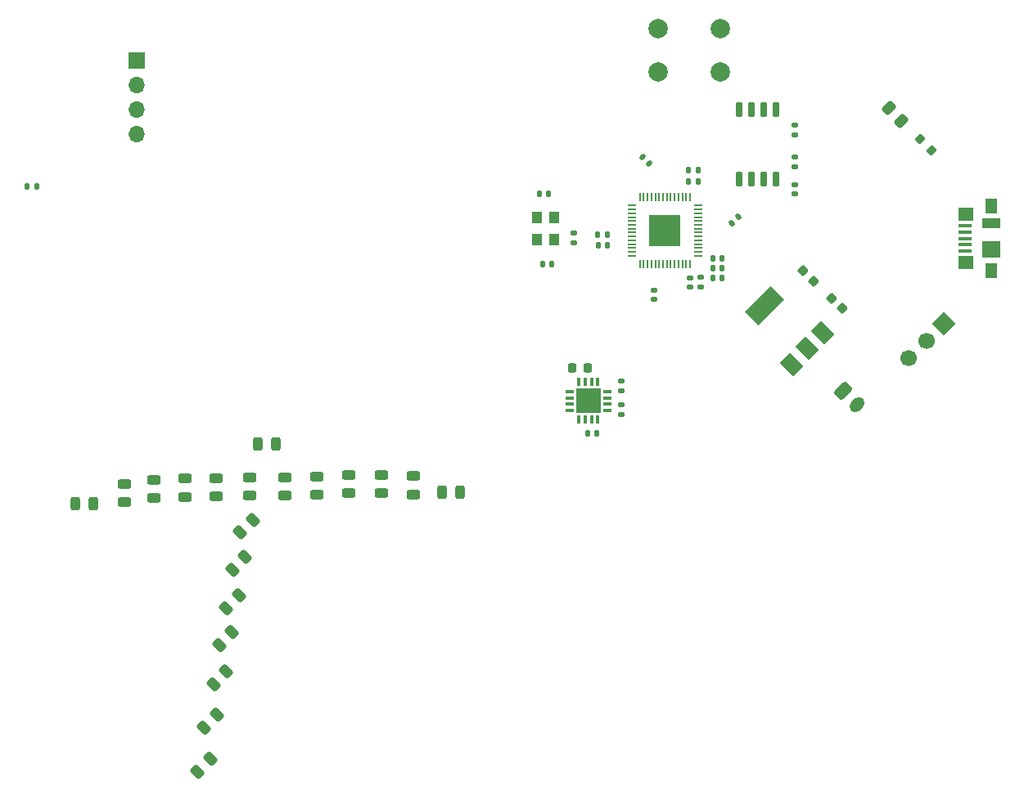
<source format=gbr>
%TF.GenerationSoftware,KiCad,Pcbnew,(6.0.2-0)*%
%TF.CreationDate,2022-06-10T14:05:29-06:00*%
%TF.ProjectId,Graduation Cap,47726164-7561-4746-996f-6e204361702e,rev?*%
%TF.SameCoordinates,Original*%
%TF.FileFunction,Soldermask,Top*%
%TF.FilePolarity,Negative*%
%FSLAX46Y46*%
G04 Gerber Fmt 4.6, Leading zero omitted, Abs format (unit mm)*
G04 Created by KiCad (PCBNEW (6.0.2-0)) date 2022-06-10 14:05:29*
%MOMM*%
%LPD*%
G01*
G04 APERTURE LIST*
G04 Aperture macros list*
%AMRoundRect*
0 Rectangle with rounded corners*
0 $1 Rounding radius*
0 $2 $3 $4 $5 $6 $7 $8 $9 X,Y pos of 4 corners*
0 Add a 4 corners polygon primitive as box body*
4,1,4,$2,$3,$4,$5,$6,$7,$8,$9,$2,$3,0*
0 Add four circle primitives for the rounded corners*
1,1,$1+$1,$2,$3*
1,1,$1+$1,$4,$5*
1,1,$1+$1,$6,$7*
1,1,$1+$1,$8,$9*
0 Add four rect primitives between the rounded corners*
20,1,$1+$1,$2,$3,$4,$5,0*
20,1,$1+$1,$4,$5,$6,$7,0*
20,1,$1+$1,$6,$7,$8,$9,0*
20,1,$1+$1,$8,$9,$2,$3,0*%
%AMHorizOval*
0 Thick line with rounded ends*
0 $1 width*
0 $2 $3 position (X,Y) of the first rounded end (center of the circle)*
0 $4 $5 position (X,Y) of the second rounded end (center of the circle)*
0 Add line between two ends*
20,1,$1,$2,$3,$4,$5,0*
0 Add two circle primitives to create the rounded ends*
1,1,$1,$2,$3*
1,1,$1,$4,$5*%
%AMRotRect*
0 Rectangle, with rotation*
0 The origin of the aperture is its center*
0 $1 length*
0 $2 width*
0 $3 Rotation angle, in degrees counterclockwise*
0 Add horizontal line*
21,1,$1,$2,0,0,$3*%
G04 Aperture macros list end*
%ADD10RoundRect,0.135000X-0.185000X0.135000X-0.185000X-0.135000X0.185000X-0.135000X0.185000X0.135000X0*%
%ADD11RoundRect,0.225000X-0.335876X-0.017678X-0.017678X-0.335876X0.335876X0.017678X0.017678X0.335876X0*%
%ADD12RoundRect,0.140000X-0.170000X0.140000X-0.170000X-0.140000X0.170000X-0.140000X0.170000X0.140000X0*%
%ADD13RoundRect,0.140000X0.140000X0.170000X-0.140000X0.170000X-0.140000X-0.170000X0.140000X-0.170000X0*%
%ADD14C,2.000000*%
%ADD15RoundRect,0.243750X-0.494975X-0.150260X-0.150260X-0.494975X0.494975X0.150260X0.150260X0.494975X0*%
%ADD16RoundRect,0.135000X0.185000X-0.135000X0.185000X0.135000X-0.185000X0.135000X-0.185000X-0.135000X0*%
%ADD17RoundRect,0.243750X0.150260X-0.494975X0.494975X-0.150260X-0.150260X0.494975X-0.494975X0.150260X0*%
%ADD18RoundRect,0.243750X-0.243750X-0.456250X0.243750X-0.456250X0.243750X0.456250X-0.243750X0.456250X0*%
%ADD19RoundRect,0.200000X0.335876X0.053033X0.053033X0.335876X-0.335876X-0.053033X-0.053033X-0.335876X0*%
%ADD20RoundRect,0.243750X0.456250X-0.243750X0.456250X0.243750X-0.456250X0.243750X-0.456250X-0.243750X0*%
%ADD21RoundRect,0.140000X-0.140000X-0.170000X0.140000X-0.170000X0.140000X0.170000X-0.140000X0.170000X0*%
%ADD22R,1.700000X1.700000*%
%ADD23O,1.700000X1.700000*%
%ADD24RotRect,2.000000X1.500000X135.000000*%
%ADD25RotRect,2.000000X3.800000X135.000000*%
%ADD26RoundRect,0.140000X0.021213X-0.219203X0.219203X-0.021213X-0.021213X0.219203X-0.219203X0.021213X0*%
%ADD27R,0.200000X0.850000*%
%ADD28R,0.850000X0.200000*%
%ADD29R,3.200000X3.200000*%
%ADD30RoundRect,0.140000X0.219203X0.021213X0.021213X0.219203X-0.219203X-0.021213X-0.021213X-0.219203X0*%
%ADD31RoundRect,0.225000X-0.225000X-0.250000X0.225000X-0.250000X0.225000X0.250000X-0.225000X0.250000X0*%
%ADD32RoundRect,0.147500X-0.147500X-0.172500X0.147500X-0.172500X0.147500X0.172500X-0.147500X0.172500X0*%
%ADD33RotRect,1.700000X1.700000X315.000000*%
%ADD34HorizOval,1.700000X0.000000X0.000000X0.000000X0.000000X0*%
%ADD35R,1.380000X0.450000*%
%ADD36R,1.300000X1.650000*%
%ADD37R,1.550000X1.425000*%
%ADD38R,1.900000X1.000000*%
%ADD39R,1.900000X1.800000*%
%ADD40RoundRect,0.150000X-0.150000X0.650000X-0.150000X-0.650000X0.150000X-0.650000X0.150000X0.650000X0*%
%ADD41RoundRect,0.250000X-0.689429X-0.194454X-0.194454X-0.689429X0.689429X0.194454X0.194454X0.689429X0*%
%ADD42HorizOval,1.200000X-0.194454X-0.194454X0.194454X0.194454X0*%
%ADD43R,1.050000X1.300000*%
%ADD44R,0.950000X0.350000*%
%ADD45R,0.350000X0.950000*%
%ADD46R,2.550000X2.550000*%
G04 APERTURE END LIST*
D10*
%TO.C,R3*%
X160000000Y-100110000D03*
X160000000Y-101130000D03*
%TD*%
D11*
%TO.C,C1*%
X186660000Y-106870000D03*
X187756016Y-107966016D03*
%TD*%
D12*
%TO.C,C11*%
X164900000Y-117950000D03*
X164900000Y-118910000D03*
%TD*%
D13*
%TO.C,C20*%
X163447500Y-100290000D03*
X162487500Y-100290000D03*
%TD*%
D14*
%TO.C,SW1*%
X175190000Y-78930000D03*
X168690000Y-78930000D03*
X175190000Y-83430000D03*
X168690000Y-83430000D03*
%TD*%
D15*
%TO.C,D17*%
X192561658Y-87191658D03*
X193887484Y-88517484D03*
%TD*%
D16*
%TO.C,R1*%
X182877500Y-93300000D03*
X182877500Y-92280000D03*
%TD*%
D17*
%TO.C,D16*%
X124021658Y-138998342D03*
X125347484Y-137672516D03*
%TD*%
D18*
%TO.C,D13*%
X127345000Y-122020000D03*
X129220000Y-122020000D03*
%TD*%
D13*
%TO.C,C9*%
X162380000Y-120892500D03*
X161420000Y-120892500D03*
%TD*%
D19*
%TO.C,R6*%
X196963363Y-91593363D03*
X195796637Y-90426637D03*
%TD*%
D20*
%TO.C,D4*%
X119780000Y-127447500D03*
X119780000Y-125572500D03*
%TD*%
D21*
%TO.C,C13*%
X174380000Y-103780000D03*
X175340000Y-103780000D03*
%TD*%
D12*
%TO.C,C19*%
X173100000Y-104740000D03*
X173100000Y-105700000D03*
%TD*%
%TO.C,C16*%
X168310000Y-106050000D03*
X168310000Y-107010000D03*
%TD*%
D22*
%TO.C,J3*%
X114765000Y-82260000D03*
D23*
X114765000Y-84800000D03*
X114765000Y-87340000D03*
X114765000Y-89880000D03*
%TD*%
D12*
%TO.C,C3*%
X182890000Y-95100000D03*
X182890000Y-96060000D03*
%TD*%
D24*
%TO.C,U1*%
X182521041Y-113733732D03*
X184147386Y-112107386D03*
D25*
X179692614Y-107652614D03*
D24*
X185773732Y-110481041D03*
%TD*%
D26*
%TO.C,C6*%
X176310589Y-99139411D03*
X176989411Y-98460589D03*
%TD*%
D20*
%TO.C,D8*%
X133440000Y-127205000D03*
X133440000Y-125330000D03*
%TD*%
D21*
%TO.C,C4*%
X156440000Y-96100000D03*
X157400000Y-96100000D03*
%TD*%
D17*
%TO.C,D15*%
X125471658Y-131138342D03*
X126797484Y-129812516D03*
%TD*%
D21*
%TO.C,C17*%
X171880000Y-93610000D03*
X172840000Y-93610000D03*
%TD*%
D18*
%TO.C,D12*%
X146345000Y-126940000D03*
X148220000Y-126940000D03*
%TD*%
D27*
%TO.C,IC2*%
X172030000Y-96440000D03*
X171630000Y-96440000D03*
X171230000Y-96440000D03*
X170830000Y-96440000D03*
X170430000Y-96440000D03*
X170030000Y-96440000D03*
X169630000Y-96440000D03*
X169230000Y-96440000D03*
X168830000Y-96440000D03*
X168430000Y-96440000D03*
X168030000Y-96440000D03*
X167630000Y-96440000D03*
X167230000Y-96440000D03*
X166830000Y-96440000D03*
D28*
X165980000Y-97290000D03*
X165980000Y-97690000D03*
X165980000Y-98090000D03*
X165980000Y-98490000D03*
X165980000Y-98890000D03*
X165980000Y-99290000D03*
X165980000Y-99690000D03*
X165980000Y-100090000D03*
X165980000Y-100490000D03*
X165980000Y-100890000D03*
X165980000Y-101290000D03*
X165980000Y-101690000D03*
X165980000Y-102090000D03*
X165980000Y-102490000D03*
D27*
X166830000Y-103340000D03*
X167230000Y-103340000D03*
X167630000Y-103340000D03*
X168030000Y-103340000D03*
X168430000Y-103340000D03*
X168830000Y-103340000D03*
X169230000Y-103340000D03*
X169630000Y-103340000D03*
X170030000Y-103340000D03*
X170430000Y-103340000D03*
X170830000Y-103340000D03*
X171230000Y-103340000D03*
X171630000Y-103340000D03*
X172030000Y-103340000D03*
D28*
X172880000Y-102490000D03*
X172880000Y-102090000D03*
X172880000Y-101690000D03*
X172880000Y-101290000D03*
X172880000Y-100890000D03*
X172880000Y-100490000D03*
X172880000Y-100090000D03*
X172880000Y-99690000D03*
X172880000Y-99290000D03*
X172880000Y-98890000D03*
X172880000Y-98490000D03*
X172880000Y-98090000D03*
X172880000Y-97690000D03*
X172880000Y-97290000D03*
D29*
X169430000Y-99890000D03*
%TD*%
D12*
%TO.C,C15*%
X172010000Y-104760000D03*
X172010000Y-105720000D03*
%TD*%
D21*
%TO.C,C10*%
X174380000Y-102750000D03*
X175340000Y-102750000D03*
%TD*%
D20*
%TO.C,D6*%
X126500000Y-127335000D03*
X126500000Y-125460000D03*
%TD*%
D17*
%TO.C,D18*%
X123321658Y-142818342D03*
X124647484Y-141492516D03*
%TD*%
D16*
%TO.C,R2*%
X182877500Y-89960000D03*
X182877500Y-88940000D03*
%TD*%
D30*
%TO.C,C18*%
X167789411Y-92969411D03*
X167110589Y-92290589D03*
%TD*%
D31*
%TO.C,C8*%
X159847500Y-114085000D03*
X161397500Y-114085000D03*
%TD*%
D13*
%TO.C,C7*%
X163457500Y-101370000D03*
X162497500Y-101370000D03*
%TD*%
D17*
%TO.C,D20*%
X121747087Y-151352913D03*
X123072913Y-150027087D03*
%TD*%
D20*
%TO.C,D9*%
X136750000Y-127057500D03*
X136750000Y-125182500D03*
%TD*%
D32*
%TO.C,D22*%
X103465000Y-95290000D03*
X104435000Y-95290000D03*
%TD*%
D17*
%TO.C,D14*%
X124657087Y-135012913D03*
X125982913Y-133687087D03*
%TD*%
D33*
%TO.C,J5*%
X198250000Y-109540000D03*
D34*
X196453949Y-111336051D03*
X194657898Y-113132102D03*
%TD*%
D20*
%TO.C,D3*%
X116530000Y-127607500D03*
X116530000Y-125732500D03*
%TD*%
%TO.C,D5*%
X122970000Y-127387500D03*
X122970000Y-125512500D03*
%TD*%
D11*
%TO.C,C2*%
X183741992Y-104051992D03*
X184838008Y-105148008D03*
%TD*%
D35*
%TO.C,J2*%
X200480000Y-101990000D03*
X200480000Y-101340000D03*
X200480000Y-100690000D03*
X200480000Y-100040000D03*
X200480000Y-99390000D03*
D36*
X203140000Y-104065000D03*
D37*
X200565000Y-103177500D03*
D38*
X203140000Y-99140000D03*
D37*
X200565000Y-98202500D03*
D36*
X203140000Y-97315000D03*
D39*
X203140000Y-101840000D03*
%TD*%
D13*
%TO.C,C5*%
X157700000Y-103380000D03*
X156740000Y-103380000D03*
%TD*%
D18*
%TO.C,D1*%
X108422500Y-128190000D03*
X110297500Y-128190000D03*
%TD*%
D40*
%TO.C,U2*%
X180885000Y-87370000D03*
X179615000Y-87370000D03*
X178345000Y-87370000D03*
X177075000Y-87370000D03*
X177075000Y-94570000D03*
X178345000Y-94570000D03*
X179615000Y-94570000D03*
X180885000Y-94570000D03*
%TD*%
D21*
%TO.C,C14*%
X171870000Y-94790000D03*
X172830000Y-94790000D03*
%TD*%
D17*
%TO.C,D19*%
X122707087Y-146882913D03*
X124032913Y-145557087D03*
%TD*%
D20*
%TO.C,D2*%
X113490000Y-127967500D03*
X113490000Y-126092500D03*
%TD*%
D12*
%TO.C,C12*%
X164910000Y-115502500D03*
X164910000Y-116462500D03*
%TD*%
D17*
%TO.C,D21*%
X121067087Y-155932913D03*
X122392913Y-154607087D03*
%TD*%
D20*
%TO.C,D7*%
X130090000Y-127297500D03*
X130090000Y-125422500D03*
%TD*%
D41*
%TO.C,J4*%
X187875305Y-116480482D03*
D42*
X189289519Y-117894696D03*
%TD*%
D43*
%TO.C,Y1*%
X156185000Y-98530000D03*
X156185000Y-100830000D03*
X157935000Y-100830000D03*
X157935000Y-98530000D03*
%TD*%
D21*
%TO.C,C21*%
X174390000Y-104830000D03*
X175350000Y-104830000D03*
%TD*%
D44*
%TO.C,IC1*%
X159567250Y-116550000D03*
X159567250Y-117200000D03*
X159567250Y-117850000D03*
X159567250Y-118500000D03*
D45*
X160542250Y-119475000D03*
X161192250Y-119475000D03*
X161842250Y-119475000D03*
X162492250Y-119475000D03*
D44*
X163467250Y-118500000D03*
X163467250Y-117850000D03*
X163467250Y-117200000D03*
X163467250Y-116550000D03*
D45*
X162492250Y-115575000D03*
X161842250Y-115575000D03*
X161192250Y-115575000D03*
X160542250Y-115575000D03*
D46*
X161517250Y-117525000D03*
%TD*%
D20*
%TO.C,D11*%
X143420000Y-127197500D03*
X143420000Y-125322500D03*
%TD*%
%TO.C,D10*%
X140090000Y-127077500D03*
X140090000Y-125202500D03*
%TD*%
M02*

</source>
